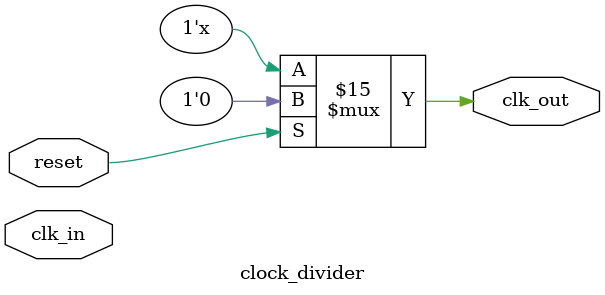
<source format=v>
`timescale 1ns / 1ps

module clock_divider 
    #(parameter divisor = 2) //The divisor must be >= 2
    (
    input reset,
    input wire clk_in,
    output reg clk_out
    );
    
localparam width = $clog2(divisor);
reg [(width-1):0] counter;
    
always @(clk_in or reset) begin
    if(reset) begin
        clk_out <= 1'b0;
        counter <= 1'b0;
    end else if (counter == (divisor-1))begin 
        counter <= 1'b0;
        clk_out <= ~ clk_out;
    end else begin
        counter <= counter + 1;
    end
end

endmodule

</source>
